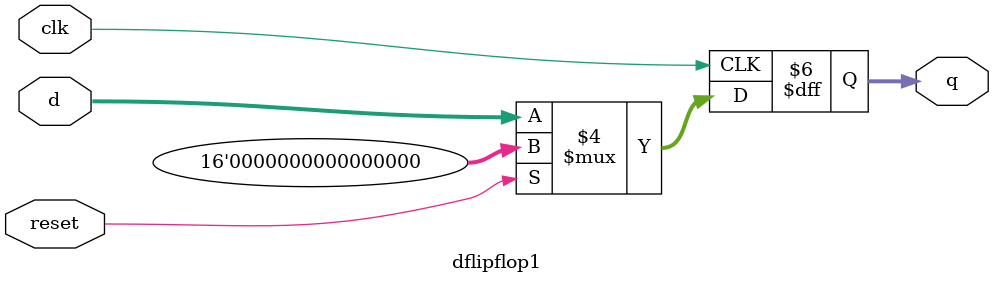
<source format=v>
module dflipflop1(d,q,clk,reset);
input [15:0]d;
input clk,reset;
output reg [15:0]q;
//reg q;
always@(posedge clk)
begin
if(reset==1'b1)
	q<=16'b0;
else
	q<=d;
end
endmodule 

</source>
